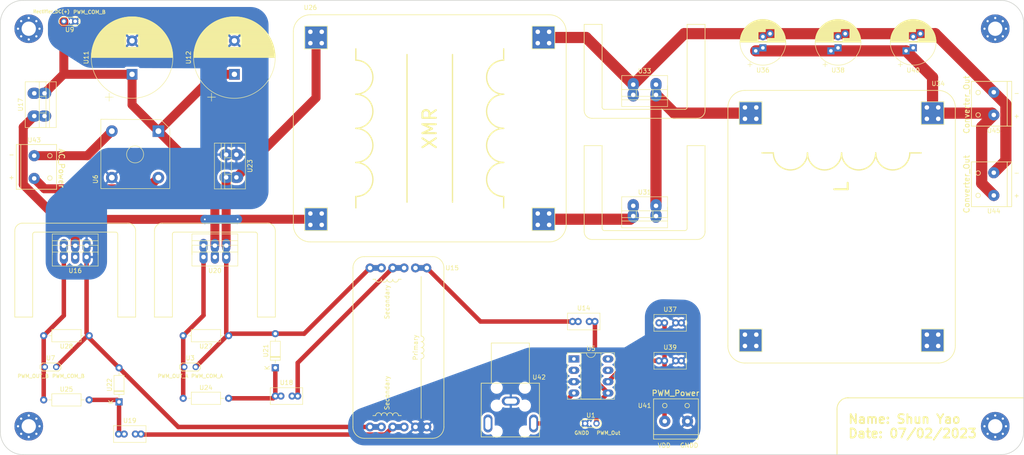
<source format=kicad_pcb>
(kicad_pcb (version 20211014) (generator pcbnew)
  (layers (0 "F.Cu" signal) (31 "B.Cu" mixed) (34 "B.Paste" user) (35 "F.Paste" user) (36 "B.SilkS" user "B.Silkscreen") (37 "F.SilkS" user "F.Silkscreen") (38 "B.Mask" user) (39 "F.Mask" user) (44 "Edge.Cuts" user))
  (net 0 "")
  (net 1 "/PWM_Out")
  (net 2 "GNDD")
  (net 3 "/PWM_OUT_A")
  (net 4 "/PWM_COM_A")
  (net 7 "/PWM_Input")
  (net 8 "VDD")
  (net 11 "/PWM_COM_B")
  (net 12 "/VAC(+)")
  (net 13 "/Rectifier_DC(+)")
  (net 14 "/VAC(-)")
  (net 15 "/PWM_OUT_B")
  (net 16 "Net-(U14-Pad1)")
  (net 17 "Net-(U15-Pad3)")
  (net 18 "Net-(U15-Pad5)")
  (net 19 "Net-(U16-Pad2)")
  (net 20 "Net-(U18-Pad1)")
  (net 21 "Net-(U19-Pad1)")
  (net 22 "/Transformer_Out(+)")
  (net 23 "/Converter_Out(-)")
  (net 24 "Net-(U31-Pad1)")
  (net 25 "/Converter_Out(+)")
  (footprint "Capacitor_THT:C_Rect_L7.0mm_W3.5mm_P2.50mm_P5.00mm" (layer "F.Cu") (at 60.492 118.364)
    (fp_text reference "U19" (at 2.5 -3) (layer "F.SilkS"))
    (fp_text value "F")
    (pad "1" thru_hole circle (at 0 0) (size 1.6 1.6) (drill 0.8) (layers *.Cu *.Mask) (net 21 "Net-(U19-Pad1)"))
    (pad "1" thru_hole circle (at 1.25 0) (size 1.6 1.6) (drill 0.8) (layers *.Cu *.Mask) (net 21 "Net-(U19-Pad1)"))
    (pad "2" thru_hole circle (at 3.75 0) (size 1.6 1.6) (drill 0.8) (layers *.Cu *.Mask) (net 18 "Net-(U15-Pad5)"))
    (pad "2" thru_hole circle (at 5 0) (size 1.6 1.6) (drill 0.8) (layers *.Cu *.Mask) (net 18 "Net-(U15-Pad5)"))
  )
  (footprint "EEEE2046_Electrical:ETD_34-L" (layer "F.Cu") (at 243.59 45.33 -90)
    (fp_text reference "U34" (at -5.33 0 180) (layer "F.SilkS"))
    (fp_text value "H")
    (fp_text user "L" (at 17.78 21.59 90) (layer "F.SilkS") (effects (font (size 3 3) (thickness 0.45))))
    (pad "" thru_hole circle (at 53.34 2.54 270) (size 2 2) (drill 1) (layers *.Cu *.Mask))
    (pad "" thru_hole circle (at 50.8 43.18 270) (size 2 2) (drill 1) (layers *.Cu *.Mask))
    (pad "" thru_hole circle (at 53.34 0 270) (size 2 2) (drill 1) (layers *.Cu *.Mask))
    (pad "" smd rect (at 52.07 41.91 270) (size 5.08 5.08) (layers "F.Cu" "F.Paste" "F.Mask"))
    (pad "" thru_hole circle (at 50.8 40.64 270) (size 2 2) (drill 1) (layers *.Cu *.Mask))
    (pad "" thru_hole circle (at 53.34 40.64 270) (size 2 2) (drill 1) (layers *.Cu *.Mask))
    (pad "" thru_hole circle (at 50.8 2.54 270) (size 2 2) (drill 1) (layers *.Cu *.Mask))
    (pad "" thru_hole circle (at 53.34 43.18 270) (size 2 2) (drill 1) (layers *.Cu *.Mask))
    (pad "" thru_hole circle (at 50.8 0 270) (size 2 2) (drill 1) (layers *.Cu *.Mask))
    (pad "" smd rect (at 52.07 1.27 270) (size 5.08 5.08) (layers "B.Cu" "B.Paste" "B.Mask"))
    (pad "" smd rect (at 52.07 41.91 270) (size 5.08 5.08) (layers "B.Cu" "B.Paste" "B.Mask"))
    (pad "" smd rect (at 52.07 1.27 270) (size 5.08 5.08) (layers "F.Cu" "F.Paste" "F.Mask"))
    (pad "1" smd rect (at 1.27 1.27 270) (size 5.08 5.08) (layers "B.Cu" "B.Paste" "B.Mask") (net 25 "/Converter_Out(+)"))
    (pad "1" thru_hole circle (at 0 2.54 270) (size 2 2) (drill 1) (layers *.Cu *.Mask) (net 25 "/Converter_Out(+)"))
    (pad "1" thru_hole circle (at 0 0 270) (size 2 2) (drill 1) (layers *.Cu *.Mask) (net 25 "/Converter_Out(+)"))
    (pad "1" thru_hole circle (at 2.54 2.54 270) (size 2 2) (drill 1) (layers *.Cu *.Mask) (net 25 "/Converter_Out(+)"))
    (pad "1" smd rect (at 1.27 1.27 270) (size 5.08 5.08) (layers "F.Cu" "F.Paste" "F.Mask") (net 25 "/Converter_Out(+)"))
    (pad "1" thru_hole circle (at 2.54 0 270) (size 2 2) (drill 1) (layers *.Cu *.Mask) (net 25 "/Converter_Out(+)"))
    (pad "2" thru_hole circle (at 0 40.64 270) (size 2 2) (drill 1) (layers *.Cu *.Mask) (net 24 "Net-(U31-Pad1)"))
    (pad "2" smd rect (at 1.27 41.91 270) (size 5.08 5.08) (layers "B.Cu" "B.Paste" "B.Mask") (net 24 "Net-(U31-Pad1)"))
    (pad "2" thru_hole circle (at 0 43.18 270) (size 2 2) (drill 1) (layers *.Cu *.Mask) (net 24 "Net-(U31-Pad1)"))
    (pad "2" thru_hole circle (at 2.54 40.64 270) (size 2 2) (drill 1) (layers *.Cu *.Mask) (net 24 "Net-(U31-Pad1)"))
    (pad "2" smd rect (at 1.27 41.91 270) (size 5.08 5.08) (layers "F.Cu" "F.Paste" "F.Mask") (net 24 "Net-(U31-Pad1)"))
    (pad "2" thru_hole circle (at 2.54 43.18 270) (size 2 2) (drill 1) (layers *.Cu *.Mask) (net 24 "Net-(U31-Pad1)"))
  )
  (footprint "EEEE2046_Electrical:Diode_Bridge_Vishay_KBPC6" (layer "F.Cu") (at 69.38 50.62 -90)
    (fp_text reference "U6" (at 10.75 14.05 90) (layer "F.SilkS"))
    (fp_text value "VS-KBPC606PBF")
    (pad "1" thru_hole rect locked (at 0 0 270) (size 2.6 2.6) (drill 1.3) (layers *.Cu *.Mask) (net 13 "/Rectifier_DC(+)"))
    (pad "2" thru_hole circle locked (at 0 10.4 270) (size 2.6 2.6) (drill 1.3) (layers *.Cu *.Mask) (net 14 "/VAC(-)"))
    (pad "3" thru_hole circle locked (at 10.4 10.4 270) (size 2.6 2.6) (drill 1.3) (layers *.Cu *.Mask) (net 11 "/PWM_COM_B"))
    (pad "4" thru_hole circle locked (at 10.4 0 270) (size 2.6 2.6) (drill 1.3) (layers *.Cu *.Mask) (net 12 "/VAC(+)"))
  )
  (footprint "EEEE2046_Electrical:TO-220FPAB" (layer "F.Cu") (at 79.46 76.225)
    (fp_text reference "U20" (at 2.54 5.588) (layer "F.SilkS"))
    (fp_text value "IRFI530NPbF")
    (pad "1" thru_hole oval locked (at 0 0) (size 1.8 3) (drill 1) (layers *.Cu *.Mask) (net 3 "/PWM_OUT_A"))
    (pad "1" thru_hole oval locked (at 0 2.54) (size 1.8 3) (drill 1) (layers *.Cu *.Mask) (net 3 "/PWM_OUT_A"))
    (pad "2" thru_hole oval locked (at 2.54 0) (size 1.8 3) (drill 1) (layers *.Cu *.Mask) (net 13 "/Rectifier_DC(+)"))
    (pad "2" thru_hole oval locked (at 2.54 2.54) (size 1.8 3) (drill 1) (layers *.Cu *.Mask) (net 13 "/Rectifier_DC(+)"))
    (pad "3" thru_hole oval locked (at 5.08 2.54) (size 1.8 3) (drill 1) (layers *.Cu *.Mask) (net 4 "/PWM_COM_A"))
    (pad "3" thru_hole oval locked (at 5.08 0) (size 1.8 3) (drill 1) (layers *.Cu *.Mask) (net 4 "/PWM_COM_A"))
  )
  (footprint "EEEE2046_Electrical:SOD113" (layer "F.Cu") (at 180.54 42.504 180)
    (fp_text reference "U33" (at 2.54 5.334) (layer "F.SilkS"))
    (fp_text value "BYV25FX-600")
    (pad "1" thru_hole oval locked (at 0 2.286 180) (size 2.5 3) (drill 1) (layers *.Cu *.Mask) (net 24 "Net-(U31-Pad1)"))
    (pad "1" thru_hole oval locked (at 0 0 180) (size 2.5 3) (drill 1) (layers *.Cu *.Mask) (net 24 "Net-(U31-Pad1)"))
    (pad "2" thru_hole oval locked (at 5.08 2.286 180) (size 2.5 3) (drill 1) (layers *.Cu *.Mask) (net 23 "/Converter_Out(-)"))
    (pad "2" thru_hole oval locked (at 5.08 0 180) (size 2.5 3) (drill 1) (layers *.Cu *.Mask) (net 23 "/Converter_Out(-)"))
  )
  (footprint "MountingHole:MountingHole_3.2mm_M3_Pad_Via" (layer "F.Cu") (at 256.322102 27.722102)
    (fp_text reference "H2" hide)
    (fp_text value "Mount")
    (pad "1" thru_hole circle locked (at -2.4 0) (size 0.8 0.8) (drill 0.5) (layers F&B.Cu *.Mask))
    (pad "1" thru_hole circle locked (at 1.697056 -1.697056) (size 0.8 0.8) (drill 0.5) (layers F&B.Cu *.Mask))
    (pad "1" thru_hole circle locked (at 0 2.4) (size 0.8 0.8) (drill 0.5) (layers F&B.Cu *.Mask))
    (pad "1" thru_hole circle locked (at 0 0) (size 6.4 6.4) (drill 3.2) (layers F&B.Cu *.Mask))
    (pad "1" thru_hole circle locked (at 2.4 0) (size 0.8 0.8) (drill 0.5) (layers F&B.Cu *.Mask))
    (pad "1" thru_hole circle locked (at -1.697056 -1.697056) (size 0.8 0.8) (drill 0.5) (layers F&B.Cu *.Mask))
    (pad "1" thru_hole circle locked (at 0 -2.4) (size 0.8 0.8) (drill 0.5) (layers F&B.Cu *.Mask))
    (pad "1" thru_hole circle locked (at -1.697056 1.697056) (size 0.8 0.8) (drill 0.5) (layers F&B.Cu *.Mask))
    (pad "1" thru_hole circle locked (at 1.697056 1.697056) (size 0.8 0.8) (drill 0.5) (layers F&B.Cu *.Mask))
  )
  (footprint "Package_DIP:DIP-8_W7.62mm_Socket_LongPads" (layer "F.Cu") (at 162.2 101.575)
    (fp_text reference "U5" (at 3.81 -2.33) (layer "F.SilkS"))
    (fp_text value "TC4425AVPA")
    (pad "1" thru_hole rect (at 0 0) (size 2.4 1.6) (drill 0.8) (layers *.Cu *.Mask))
    (pad "2" thru_hole oval (at 0 2.54) (size 2.4 1.6) (drill 0.8) (layers *.Cu *.Mask))
    (pad "3" thru_hole oval (at 0 5.08) (size 2.4 1.6) (drill 0.8) (layers *.Cu *.Mask) (net 2 "GNDD"))
    (pad "4" thru_hole oval (at 0 7.62) (size 2.4 1.6) (drill 0.8) (layers *.Cu *.Mask) (net 7 "/PWM_Input"))
    (pad "5" thru_hole oval (at 7.62 7.62) (size 2.4 1.6) (drill 0.8) (layers *.Cu *.Mask) (net 1 "/PWM_Out"))
    (pad "6" thru_hole oval (at 7.62 5.08) (size 2.4 1.6) (drill 0.8) (layers *.Cu *.Mask) (net 8 "VDD"))
    (pad "7" thru_hole oval (at 7.62 2.54) (size 2.4 1.6) (drill 0.8) (layers *.Cu *.Mask))
    (pad "8" thru_hole oval (at 7.62 0) (size 2.4 1.6) (drill 0.8) (layers *.Cu *.Mask))
  )
  (footprint "EEEE2046_Electrical:2wayTerminalBlock" (layer "F.Cu") (at 256 47 90)
    (fp_text reference "U45" (at -3.5 0) (layer "F.SilkS"))
    (fp_text value "Converter_Out")
    (pad "1" thru_hole circle locked (at 0 0 90) (size 2.5 2.5) (drill 1) (layers *.Cu *.Mask) (net 25 "/Converter_Out(+)"))
    (pad "2" thru_hole circle locked (at 5.08 0 90) (size 2.5 2.5) (drill 1) (layers *.Cu *.Mask) (net 23 "/Converter_Out(-)"))
  )
  (footprint "EEEE2046_Electrical:2wayTerminalBlock" (layer "F.Cu") (at 182.5 115.5)
    (fp_text reference "U41" (at -4.5 -3.5 180) (layer "F.SilkS"))
    (fp_text value "PWM_Power")
    (pad "1" thru_hole circle locked (at 0 0) (size 2.5 2.5) (drill 1) (layers *.Cu *.Mask) (net 8 "VDD"))
    (pad "2" thru_hole circle locked (at 5.08 0) (size 2.5 2.5) (drill 1) (layers *.Cu *.Mask) (net 2 "GNDD"))
  )
  (footprint "MountingHole:MountingHole_3.2mm_M3_Pad_Via" (layer "F.Cu") (at 256.322102 116.622102)
    (fp_text reference "H4" hide)
    (fp_text value "Mount")
    (pad "1" thru_hole circle locked (at 0 -2.4) (size 0.8 0.8) (drill 0.5) (layers F&B.Cu *.Mask))
    (pad "1" thru_hole circle locked (at 0 2.4) (size 0.8 0.8) (drill 0.5) (layers F&B.Cu *.Mask))
    (pad "1" thru_hole circle locked (at -1.697056 -1.697056) (size 0.8 0.8) (drill 0.5) (layers F&B.Cu *.Mask))
    (pad "1" thru_hole circle locked (at -2.4 0) (size 0.8 0.8) (drill 0.5) (layers F&B.Cu *.Mask))
    (pad "1" thru_hole circle locked (at 1.697056 -1.697056) (size 0.8 0.8) (drill 0.5) (layers F&B.Cu *.Mask))
    (pad "1" thru_hole circle locked (at -1.697056 1.697056) (size 0.8 0.8) (drill 0.5) (layers F&B.Cu *.Mask))
    (pad "1" thru_hole circle locked (at 0 0) (size 6.4 6.4) (drill 3.2) (layers F&B.Cu *.Mask))
    (pad "1" thru_hole circle locked (at 1.697056 1.697056) (size 0.8 0.8) (drill 0.5) (layers F&B.Cu *.Mask))
    (pad "1" thru_hole circle locked (at 2.4 0) (size 0.8 0.8) (drill 0.5) (layers F&B.Cu *.Mask))
  )
  (footprint "EEEE2046_Electrical:2wayTerminalBlock" (layer "F.Cu") (at 41.64 56.12 -90)
    (fp_text reference "U43" (at -3.5 0) (layer "F.SilkS"))
    (fp_text value "AC_Power")
    (pad "1" thru_hole circle locked (at 0 0 270) (size 2.5 2.5) (drill 1) (layers *.Cu *.Mask) (net 14 "/VAC(-)"))
    (pad "2" thru_hole circle locked (at 5.08 0 270) (size 2.5 2.5) (drill 1) (layers *.Cu *.Mask) (net 12 "/VAC(+)"))
  )
  (footprint "MountingHole:MountingHole_3.2mm_M3_Pad_Via" (layer "F.Cu") (at 40.422102 116.622102)
    (fp_text reference "H3" hide)
    (fp_text value "Mount")
    (pad "1" thru_hole circle locked (at 0 0) (size 6.4 6.4) (drill 3.2) (layers F&B.Cu *.Mask))
    (pad "1" thru_hole circle locked (at 1.697056 1.697056) (size 0.8 0.8) (drill 0.5) (layers F&B.Cu *.Mask))
    (pad "1" thru_hole circle locked (at 2.4 0) (size 0.8 0.8) (drill 0.5) (layers F&B.Cu *.Mask))
    (pad "1" thru_hole circle locked (at -2.4 0) (size 0.8 0.8) (drill 0.5) (layers F&B.Cu *.Mask))
    (pad "1" thru_hole circle locked (at -1.697056 -1.697056) (size 0.8 0.8) (drill 0.5) (layers F&B.Cu *.Mask))
    (pad "1" thru_hole circle locked (at 0 -2.4) (size 0.8 0.8) (drill 0.5) (layers F&B.Cu *.Mask))
    (pad "1" thru_hole circle locked (at 0 2.4) (size 0.8 0.8) (drill 0.5) (layers F&B.Cu *.Mask))
    (pad "1" thru_hole circle locked (at -1.697056 1.697056) (size 0.8 0.8) (drill 0.5) (layers F&B.Cu *.Mask))
    (pad "1" thru_hole circle locked (at 1.697056 -1.697056) (size 0.8 0.8) (drill 0.5) (layers F&B.Cu *.Mask))
  )
  (footprint "Diode_THT:D_DO-35_SOD27_P7.62mm_Horizontal" (layer "F.Cu") (at 95.5 103.54 90)
    (fp_text reference "U21" (at 3.81 -2.12 90) (layer "F.SilkS"))
    (fp_text value "V")
    (fp_text user "K" (at 0 -1.8 90) (layer "F.SilkS"))
    (pad "1" thru_hole rect (at 0 0 90) (size 1.6 1.6) (drill 0.8) (layers *.Cu *.Mask) (net 20 "Net-(U18-Pad1)"))
    (pad "2" thru_hole oval (at 7.62 0 90) (size 1.6 1.6) (drill 0.8) (layers *.Cu *.Mask) (net 4 "/PWM_COM_A"))
  )
  (footprint "Resistor_THT:R_Axial_DIN0207_L6.3mm_D2.5mm_P10.16mm_Horizontal" (layer "F.Cu") (at 85.08 96.37 180)
    (fp_text reference "U27" (at 5.08 -2.37) (layer "F.SilkS"))
    (fp_text value "R")
    (pad "1" thru_hole circle (at 0 0 180) (size 1.6 1.6) (drill 0.8) (layers *.Cu *.Mask) (net 4 "/PWM_COM_A"))
    (pad "2" thru_hole oval (at 10.16 0 180) (size 1.6 1.6) (drill 0.8) (layers *.Cu *.Mask) (net 3 "/PWM_OUT_A"))
  )
  (footprint "TestPoint:TestPoint_2Pads_Pitch2.54mm_Drill0.8mm" (layer "F.Cu") (at 167.25 116 180)
    (fp_text reference "U1" (at 1.261 1.827) (layer "F.SilkS"))
    (fp_text value "TP_PWM_Out")
    (pad "1" thru_hole circle (at 0 0 180) (size 1.4 1.4) (drill 0.8) (layers *.Cu *.Mask) (net 1 "/PWM_Out"))
    (pad "2" thru_hole circle (at 2.54 0 180) (size 1.4 1.4) (drill 0.8) (layers *.Cu *.Mask) (net 2 "GNDD"))
  )
  (footprint "EEEE2046_Electrical:TO220_Heatsink" (layer "F.Cu") (at 178 47.752 180)
    (fp_text reference "U4-Diode1" hide)
    (fp_text value "TO220_Heatsink")
  )
  (footprint "TestPoint:TestPoint_2Pads_Pitch2.54mm_Drill0.8mm" (layer "F.Cu") (at 48.26 26.06246)
    (fp_text reference "U9" (at 1.3 1.87754) (layer "F.SilkS"))
    (fp_text value "TP_DC_Link")
    (pad "1" thru_hole circle (at 0 0) (size 1.4 1.4) (drill 0.8) (layers *.Cu *.Mask) (net 13 "/Rectifier_DC(+)"))
    (pad "2" thru_hole circle (at 2.54 0) (size 1.4 1.4) (drill 0.8) (layers *.Cu *.Mask) (net 11 "/PWM_COM_B"))
  )
  (footprint "EEEE2046_Electrical:SOD113" (layer "F.Cu") (at 180.54 69.612 180)
    (fp_text reference "U31" (at 2.54 5.334) (layer "F.SilkS"))
    (fp_text value "BYV25FX-600")
    (pad "1" thru_hole oval locked (at 0 0 180) (size 2.5 3) (drill 1) (layers *.Cu *.Mask) (net 24 "Net-(U31-Pad1)"))
    (pad "1" thru_hole oval locked (at 0 2.286 180) (size 2.5 3) (drill 1) (layers *.Cu *.Mask) (net 24 "Net-(U31-Pad1)"))
    (pad "2" thru_hole oval locked (at 5.08 2.286 180) (size 2.5 3) (drill 1) (layers *.Cu *.Mask) (net 22 "/Transformer_Out(+)"))
    (pad "2" thru_hole oval locked (at 5.08 0 180) (size 2.5 3) (drill 1) (layers *.Cu *.Mask) (net 22 "/Transformer_Out(+)"))
  )
  (footprint "EEEE2046_Electrical:SOD113" (layer "F.Cu") (at 84.52 60.96 90)
    (fp_text reference "U23" (at 2.54 5.334 90) (layer "F.SilkS"))
    (fp_text value "BYV25FX-600")
    (pad "1" thru_hole oval locked (at 0 2.286 90) (size 2.5 3) (drill 1) (layers *.Cu *.Mask) (net 4 "/PWM_COM_A"))
    (pad "1" thru_hole oval locked (at 0 0 90) (size 2.5 3) (drill 1) (layers *.Cu *.Mask) (net 4 "/PWM_COM_A"))
    (pad "2" thru_hole oval locked (at 5.08 0 90) (size 2.5 3) (drill 1) (layers *.Cu *.Mask) (net 11 "/PWM_COM_B"))
    (pad "2" thru_hole oval locked (at 5.08 2.286 90) (size 2.5 3) (drill 1) (layers *.Cu *.Mask) (net 11 "/PWM_COM_B"))
  )
  (footprint "Diode_THT:D_DO-35_SOD27_P7.62mm_Horizontal" (layer "F.Cu") (at 60.59 111.18 90)
    (fp_text reference "U22" (at 3.81 -2.12 90) (layer "F.SilkS"))
    (fp_text value "V")
    (fp_text user "K" (at 0 -1.8 90) (layer "F.SilkS"))
    (pad "1" thru_hole rect (at 0 0 90) (size 1.6 1.6) (drill 0.8) (layers *.Cu *.Mask) (net 21 "Net-(U19-Pad1)"))
    (pad "2" thru_hole oval (at 7.62 0 90) (size 1.6 1.6) (drill 0.8) (layers *.Cu *.Mask) (net 11 "/PWM_COM_B"))
  )
  (footprint "Capacitor_THT:CP_Radial_D10.0mm_P2.50mm_P5.00mm" (layer "F.Cu") (at 238 32 90)
    (fp_text reference "U40" (at -5 0 180) (layer "F.SilkS"))
    (fp_text value "F")
    (pad "1" thru_hole rect (at -0.670937 -1.6 90) (size 1.6 1.6) (drill 0.8) (layers *.Cu *.Mask) (net 25 "/Converter_Out(+)"))
    (pad "1" thru_hole rect (at 0 0 90) (size 1.6 1.6) (drill 0.8) (layers *.Cu *.Mask) (net 25 "/Converter_Out(+)"))
    (pad "2" thru_hole circle (at 2.5 0 90) (size 1.6 1.6) (drill 0.8) (layers *.Cu *.Mask) (net 23 "/Converter_Out(-)"))
    (pad "2" thru_hole circle (at 3.170937 1.6 90) (size 1.6 1.6) (drill 0.8) (layers *.Cu *.Mask) (net 23 "/Converter_Out(-)"))
  )
  (footprint "TestPoint:TestPoint_2Pads_Pitch2.54mm_Drill0.8mm" (layer "F.Cu") (at 44.01 103.37)
    (fp_text reference "U7" (at 1.3 -2) (layer "F.SilkS"))
    (fp_text value "TP_Q2_Gate")
    (pad "1" thru_hole circle (at 0 0) (size 1.4 1.4) (drill 0.8) (layers *.Cu *.Mask) (net 15 "/PWM_OUT_B"))
    (pad "2" thru_hole circle (at 2.54 0) (size 1.4 1.4) (drill 0.8) (layers *.Cu *.Mask) (net 11 "/PWM_COM_B"))
  )
  (footprint "EEEE2046_Electrical:TO-220FPAB" (layer "F.Cu") (at 48.26 76.241)
    (fp_text reference "U16" (at 2.54 5.588) (layer "F.SilkS"))
    (fp_text value "IRFI530NPbF")
    (pad "1" thru_hole oval locked (at 0 2.54) (size 1.8 3) (drill 1) (layers *.Cu *.Mask) (net 15 "/PWM_OUT_B"))
    (pad "1" thru_hole oval locked (at 0 0) (size 1.8 3) (drill 1) (layers *.Cu *.Mask) (net 15 "/PWM_OUT_B"))
    (pad "2" thru_hole oval locked (at 2.54 0) (size 1.8 3) (drill 1) (layers *.Cu *.Mask) (net 19 "Net-(U16-Pad2)"))
    (pad "2" thru_hole oval locked (at 2.54 2.54) (size 1.8 3) (drill 1) (layers *.Cu *.Mask) (net 19 "Net-(U16-Pad2)"))
    (pad "3" thru_hole oval locked (at 5.08 2.54) (size 1.8 3) (drill 1) (layers *.Cu *.Mask) (net 11 "/PWM_COM_B"))
    (pad "3" thru_hole oval locked (at 5.08 0) (size 1.8 3) (drill 1) (layers *.Cu *.Mask) (net 11 "/PWM_COM_B"))
  )
  (footprint "Capacitor_THT:C_Rect_L7.0mm_W3.5mm_P2.50mm_P5.00mm" (layer "F.Cu") (at 181.2 101.975)
    (fp_text reference "U39" (at 2.5 -3) (layer "F.SilkS"))
    (fp_text value "0.1 uF")
    (pad "1" thru_hole circle (at 0 0) (size 1.6 1.6) (drill 0.8) (layers *.Cu *.Mask) (net 8 "VDD"))
    (pad "1" thru_hole circle (at 1.25 0) (size 1.6 1.6) (drill 0.8) (layers *.Cu *.Mask) (net 8 "VDD"))
    (pad "2" thru_hole circle (at 3.75 0) (size 1.6 1.6) (drill 0.8) (layers *.Cu *.Mask) (net 2 "GNDD"))
    (pad "2" thru_hole circle (at 5 0) (size 1.6 1.6) (drill 0.8) (layers *.Cu *.Mask) (net 2 "GNDD"))
  )
  (footprint "Resistor_THT:R_Axial_DIN0207_L6.3mm_D2.5mm_P10.16mm_Horizontal" (layer "F.Cu") (at 43.76 110.73)
    (fp_text reference "U25" (at 5.08 -2.37) (layer "F.SilkS"))
    (fp_text value "R")
    (pad "1" thru_hole circle (at 0 0) (size 1.6 1.6) (drill 0.8) (layers *.Cu *.Mask) (net 15 "/PWM_OUT_B"))
    (pad "2" thru_hole oval (at 10.16 0) (size 1.6 1.6) (drill 0.8) (layers *.Cu *.Mask) (net 21 "Net-(U19-Pad1)"))
  )
  (footprint "EEEE2046_Electrical:2wayTerminalBlock" (layer "F.Cu") (at 256 65 90)
    (fp_text reference "U44" (at -3.5 0) (layer "F.SilkS"))
    (fp_text value "Converter_Out")
    (pad "1" thru_hole circle locked (at 0 0 90) (size 2.5 2.5) (drill 1) (layers *.Cu *.Mask) (net 25 "/Converter_Out(+)"))
    (pad "2" thru_hole circle locked (at 5.08 0 90) (size 2.5 2.5) (drill 1) (layers *.Cu *.Mask) (net 23 "/Converter_Out(-)"))
  )
  (footprint "Capacitor_THT:CP_Radial_D18.0mm_P7.50mm" (layer "F.Cu") (at 86.36 37.91246 90)
    (fp_text reference "U12" (at 3.75 -10.25 90) (layer "F.SilkS"))
    (fp_text value "ECA2AM102")
    (pad "1" thru_hole rect (at 0 0 90) (size 2.4 2.4) (drill 1.2) (layers *.Cu *.Mask) (net 13 "/Rectifier_DC(+)"))
    (pad "2" thru_hole circle (at 7.5 0 90) (size 2.4 2.4) (drill 1.2) (layers *.Cu *.Mask) (net 11 "/PWM_COM_B"))
  )
  (footprint "Capacitor_THT:C_Rect_L7.0mm_W3.5mm_P2.50mm_P5.00mm" (layer "F.Cu") (at 161.9 93.2)
    (fp_text reference "U14" (at 2.5 -3) (layer "F.SilkS"))
    (fp_text value "F")
    (pad "1" thru_hole circle (at 0 0) (size 1.6 1.6) (drill 0.8) (layers *.Cu *.Mask) (net 16 "Net-(U14-Pad1)"))
    (pad "1" thru_hole circle (at 1.25 0) (size 1.6 1.6) (drill 0.8) (layers *.Cu *.Mask) (net 16 "Net-(U14-Pad1)"))
    (pad "2" thru_hole circle (at 5 0) (size 1.6 1.6) (drill 0.8) (layers *.Cu *.Mask) (net 1 "/PWM_Out"))
    (pad "2" thru_hole circle (at 3.75 0) (size 1.6 1.6) (drill 0.8) (layers *.Cu *.Mask) (net 1 "/PWM_Out"))
  )
  (footprint "TestPoint:TestPoint_2Pads_Pitch2.54mm_Drill0.8mm" (layer "F.Cu") (at 75.17 103.37)
    (fp_text reference "U3" (at 1.3 -2) (layer "F.SilkS"))
    (fp_text value "TP_Q1_Gate")
    (pad "1" thru_hole circle (at 0 0) (size 1.4 1.4) (drill 0.8) (layers *.Cu *.Mask) (net 3 "/PWM_OUT_A"))
    (pad "2" thru_hole circle (at 2.54 0) (size 1.4 1.4) (drill 0.8) (layers *.Cu *.Mask) (net 4 "/PWM_COM_A"))
  )
  (footprint "Capacitor_THT:CP_Radial_D10.0mm_P2.50mm_P5.00mm" (layer "F.Cu") (at 221.21 32 90)
    (fp_text reference "U38" (at -5 0 180) (layer "F.SilkS"))
    (fp_text value "F")
    (pad "1" thru_hole rect (at 0 0 90) (size 1.6 1.6) (drill 0.8) (layers *.Cu *.Mask) (net 25 "/Converter_Out(+)"))
    (pad "1" thru_hole rect (at -0.670937 -1.6 90) (size 1.6 1.6) (drill 0.8) (layers *.Cu *.Mask) (net 25 "/Converter_Out(+)"))
    (pad "2" thru_hole circle (at 2.5 0 90) (size 1.6 1.6) (drill 0.8) (layers *.Cu *.Mask) (net 23 "/Converter_Out(-)"))
    (pad "2" thru_hole circle (at 3.170937 1.6 90) (size 1.6 1.6) (drill 0.8) (layers *.Cu *.Mask) (net 23 "/Converter_Out(-)"))
  )
  (footprint "Resistor_THT:R_Axial_DIN0207_L6.3mm_D2.5mm_P10.16mm_Horizontal" (layer "F.Cu") (at 53.92 96.37 180)
    (fp_text reference "U28" (at 5.08 -2.37) (layer "F.SilkS"))
    (fp_text value "R")
    (pad "1" thru_hole circle (at 0 0 180) (size 1.6 1.6) (drill 0.8) (layers *.Cu *.Mask) (net 11 "/PWM_COM_B"))
    (pad "2" thru_hole oval (at 10.16 0 180) (size 1.6 1.6) (drill 0.8) (layers *.Cu *.Mask) (net 15 "/PWM_OUT_B"))
  )
  (footprint "EEEE2046_Electrical:TO220_Heatsink" (layer "F.Cu") (at 82 71.2)
    (fp_text reference "U1-Mosfet1" hide)
    (fp_text value "TO220_Heatsink")
  )
  (footprint "Capacitor_THT:C_Rect_L7.0mm_W3.5mm_P2.50mm_P5.00mm" (layer "F.Cu") (at 95.5 109.87)
    (fp_text reference "U18" (at 2.5 -3) (layer "F.SilkS"))
    (fp_text value "F")
    (pad "1" thru_hole circle (at 1.25 0) (size 1.6 1.6) (drill 0.8) (layers *.Cu *.Mask) (net 20 "Net-(U18-Pad1)"))
    (pad "1" thru_hole circle (at 0 0) (size 1.6 1.6) (drill 0.8) (layers *.Cu *.Mask) (net 20 "Net-(U18-Pad1)"))
    (pad "2" thru_hole circle (at 3.75 0) (size 1.6 1.6) (drill 0.8) (layers *.Cu *.Mask) (net 17 "Net-(U15-Pad3)"))
    (pad "2" thru_hole circle (at 5 0) (size 1.6 1.6) (drill 0.8) (layers *.Cu *.Mask) (net 17 "Net-(U15-Pad3)"))
  )
  (footprint "Capacitor_THT:C_Rect_L7.0mm_W3.5mm_P2.50mm_P5.00mm" (layer "F.Cu") (at 181.2 93.5)
    (fp_text reference "U37" (at 2.5 -3) (layer "F.SilkS"))
    (fp_text value "1uF")
    (pad "1" thru_hole circle (at 0 0) (size 1.6 1.6) (drill 0.8) (layers *.Cu *.Mask) (net 8 "VDD"))
    (pad "1" thru_hole circle (at 1.25 0) (size 1.6 1.6) (drill 0.8) (layers *.Cu *.Mask) (net 8 "VDD"))
    (pad "2" thru_hole circle (at 3.75 0) (size 1.6 1.6) (drill 0.8) (layers *.Cu *.Mask) (net 2 "GNDD"))
    (pad "2" thru_hole circle (at 5 0) (size 1.6 1.6) (drill 0.8) (layers *.Cu *.Mask) (net 2 "GNDD"))
  )
  (footprint "EEEE2046_Electrical:SOD113" (layer "F.Cu") (at 43.94 42.164 -90)
    (fp_text reference "U17" (at 2.54 5.334 90) (layer "F.SilkS"))
    (fp_text value "BYV25FX-600")
    (pad "1" thru_hole oval locked (at 0 0 270) (size 2.5 3) (drill 1) (layers *.Cu *.Mask) (net 13 "/Rectifier_DC(+)"))
    (pad "1" thru_hole oval locked (at 0 2.286 270) (size 2.5 3) (drill 1) (layers *.Cu *.Mask) (net 13 "/Rectifier_DC(+)"))
    (pad "2" thru_hole oval locked (at 5.08 2.286 270) (size 2.5 3) (drill 1) (layers *.Cu *.Mask) (net 19 "Net-(U16-Pad2)"))
    (pad "2" thru_hole oval locked (at 5.08 0 270) (size 2.5 3) (drill 1) (layers *.Cu *.Mask) (net 19 "Net-(U16-Pad2)"))
  )
  (footprint "EEEE2046_Electrical:TO220_Heatsink" (layer "F.Cu") (at 50.8 71.2)
    (fp_text reference "U2-Mosfet1" hide)
    (fp_text value "TO220_Heatsink")
  )
  (footprint "EEEE2046_Electrical:LP-0841-3B-05A" (layer "F.Cu") (at 151.25 107 -90)
    (fp_text reference "U42" (at -1.336 -3.182 180) (layer "F.SilkS"))
    (fp_text value "PWM_Input")
    (pad "" np_thru_hole circle locked (at 1 0 270) (size 1.7 1.7) (drill 1.7) (layers *.Cu *.Mask))
    (pad "" thru_hole oval locked (at 9 8.25 270) (size 4 2) (drill oval 2.8 1.2) (layers *.Cu *.Mask))
    (pad "" np_thru_hole circle locked (at 5 6.3 270) (size 1.7 1.7) (drill 1.7) (layers *.Cu *.Mask))
    (pad "" np_thru_hole circle locked (at 1 6.3 270) (size 1.7 1.7) (drill 1.7) (layers *.Cu *.Mask))
    (pad "" np_thru_hole circle locked (at 10.8 0 270) (size 1.7 1.7) (drill 1.7) (layers *.Cu *.Mask))
    (pad "" np_thru_hole circle locked (at 5 0 270) (size 1.7 1.7) (drill 1.7) (layers *.Cu *.Mask))
    (pad "" np_thru_hole circle locked (at 10.8 6.3 270) (size 1.7 1.7) (drill 1.7) (layers *.Cu *.Mask))
    (pad "1" thru_hole oval locked (at 4 3.15) (size 4 2) (drill oval 2.8 1.2) (layers *.Cu *.Mask) (net 2 "GNDD"))
    (pad "2" thru_hole oval locked (at 9 -1.95 270) (size 4 2) (drill oval 2.8 1.2) (layers *.Cu *.Mask) (net 7 "/PWM_Input"))
  )
  (footprint "Capacitor_THT:CP_Radial_D18.0mm_P7.50mm" (layer "F.Cu") (at 63.5 37.91246 90)
    (fp_text reference "U11" (at 3.75 -10.25 90) (layer "F.SilkS"))
    (fp_text value "ECA2AM102")
    (pad "1" thru_hole rect (at 0 0 90) (size 2.4 2.4) (drill 1.2) (layers *.Cu *.Mask) (net 13 "/Rectifier_DC(+)"))
    (pad "2" thru_hole circle (at 7.5 0 90) (size 2.4 2.4) (drill 1.2) (layers *.Cu *.Mask) (net 11 "/PWM_COM_B"))
  )
  (footprint "Resistor_THT:R_Axial_DIN0207_L6.3mm_D2.5mm_P10.16mm_Horizontal" (layer "F.Cu") (at 74.92 110.37)
    (fp_text reference "U24" (at 5.08 -2.37) (layer "F.SilkS"))
    (fp_text value "R")
    (pad "1" thru_hole circle (at 0 0) (size 1.6 1.6) (drill 0.8) (layers *.Cu *.Mask) (net 3 "/PWM_OUT_A"))
    (pad "2" thru_hole oval (at 10.16 0) (size 1.6 1.6) (drill 0.8) (layers *.Cu *.Mask) (net 20 "Net-(U18-Pad1)"))
  )
  (footprint "EEEE2046_Electrical:TO220_Heatsink" (layer "F.Cu") (at 178 74.86 180)
    (fp_text reference "U3-Diode1" hide)
    (fp_text value "TO220_Heatsink")
  )
  (footprint "EEEE2046_Electrical:Toroid-Transformer_1P_2S" (layer "F.Cu") (at 129.35 81.22 -90)
    (fp_text reference "U15" (at 0 -5.65 180) (layer "F.SilkS"))
    (fp_text value "Toroid-Transformer_1P_2S")
    (fp_text user "Secondary" (at 27.94 8.89 90) (layer "F.SilkS"))
    (fp_text user "Secondary" (at 7.62 8.89 90) (layer "F.SilkS"))
    (fp_text user "Primary" (at 17.78 2.54 90) (layer "F.SilkS"))
    (pad "1" smd rect locked (at 0 1.27 270) (size 1.27 2.54) (layers "B.Cu" "B.Paste" "B.Mask") (net 16 "Net-(U14-Pad1)"))
    (pad "1" thru_hole circle locked (at 0 0 270) (size 2 2) (drill 1) (layers *.Cu *.Mask) (net 16 "Net-(U14-Pad1)"))
    (pad "1" thru_hole circle locked (at 0 2.54 270) (size 2 2) (drill 1) (layers *.Cu *.Mask) (net 16 "Net-(U14-Pad1)"))
    (pad "1" smd rect locked (at 0 1.27 270) (size 1.27 2.54) (layers "F.Cu" "F.Paste" "F.Mask") (net 16 "Net-(U14-Pad1)"))
    (pad "2" smd rect locked (at 35.56 1.27 270) (size 1.27 2.54) (layers "B.Cu" "B.Paste" "B.Mask") (net 2 "GNDD"))
    (pad "2" thru_hole circle locked (at 35.56 2.54 270) (size 2 2) (drill 1) (layers *.Cu *.Mask) (net 2 "GNDD"))
    (pad "2" smd rect locked (at 35.56 1.27 270) (size 1.27 2.54) (layers "F.Cu" "F.Paste" "F.Mask") (net 2 "GNDD"))
    (pad "2" thru_hole circle locked (at 35.56 0 270) (size 2 2) (drill 1) (layers *.Cu *.Mask) (net 2 "GNDD"))
    (pad "3" smd rect locked (at 0 6.35 270) (size 1.27 2.54) (layers "B.Cu" "B.Paste" "B.Mask") (net 17 "Net-(U15-Pad3)"))
    (pad "3" smd rect locked (at 0 6.35 270) (size 1.27 2.54) (layers "F.Cu" "F.Paste" "F.Mask") (net 17 "Net-(U15-Pad3)"))
    (pad "3" thru_hole circle locked (at 0 7.62 270) (size 2 2) (drill 1) (layers *.Cu *.Mask) (net 17 "Net-(U15-Pad3)"))
    (pad "3" thru_hole circle locked (at 0 5.08 270) (size 2 2) (drill 1) (layers *.Cu *.Mask) (net 17 "Net-(U15-Pad3)"))
    (pad "4" smd rect locked (at 0 11.43 270) (size 1.27 2.54) (layers "B.Cu" "B.Paste" "B.Mask") (net 4 "/PWM_COM_A"))
    (pad "4" thru_hole circle locked (at 0 12.7 270) (size 2 2) (drill 1) (layers *.Cu *.Mask) (net 4 "/PWM_COM_A"))
    (pad "4" thru_hole circle locked (at 0 10.16 270) (size 2 2) (drill 1) (layers *.Cu *.Mask) (net 4 "/PWM_COM_A"))
    (pad "4" smd rect locked (at 0 11.43 270) (size 1.27 2.54) (layers "F.Cu" "F.Paste" "F.Mask") (net 4 "/PWM_COM_A"))
    (pad "5" smd rect locked (at 35.56 6.35 270) (size 1.27 2.54) (layers "B.Cu" "B.Paste" "B.Mask") (net 18 "Net-(U15-Pad5)"))
    (pad "5" thru_hole circle locked (at 35.56 5.08 270) (size 2 2) (drill 1) (layers *.Cu *.Mask) (net 18 "Net-(U15-Pad5)"))
    (pad "5" thru_hole circle locked (at 35.56 7.62 270) (size 2 2) (drill 1) (layers *.Cu *.Mask) (net 18 "Net-(U15-Pad5)"))
    (pad "5" smd rect locked (at 35.56 6.35 270) (size 1.27 2.54) (layers "F.Cu" "F.Paste" "F.Mask") (net 18 "Net-(U15-Pad5)"))
    (pad "6" smd rect locked (at 35.56 11.43 270) (size 1.27 2.54) (layers "B.Cu" "B.Paste" "B.Mask") (net 11 "/PWM_COM_B"))
    (pad "6" thru_hole circle locked (at 35.56 10.16 270) (size 2 2) (drill 1) (layers *.Cu *.Mask) (net 11 "/PWM_COM_B"))
    (pad "6" thru_hole circle locked (at 35.56 12.7 270) (size 2 2) (drill 1) (layers *.Cu *.Mask) (net 11 "/PWM_COM_B"))
    (pad "6" smd rect locked (at 35.56 11.43 270) (size 1.27 2.54) (layers "F.Cu" "F.Paste" "F.Mask") (net 11 "/PWM_COM_B"))
  )
  (footprint "EEEE2046_Electrical:ETD_34-XMR" (layer "F.Cu") (at 103.33 28.41)
    (fp_text reference "U26" (at 0 -5.41) (layer "F.SilkS"))
    (fp_text value "ETD_34-Transformer_1P_1S")
    (fp_text user "XMR" (at 26.67 21.59 90) (layer "F.SilkS") (effects (font (size 3 3) (thickness 0.45))))
    (pad "1" smd rect locked (at 1.27 1.27) (size 5.08 5.08) (layers "B.Cu" "B.Paste" "B.Mask") (net 4 "/PWM_COM_A"))
    (pad "1" thru_hole circle locked (at 0 0) (size 2 2) (drill 1) (layers *.Cu *.Mask) (net 4 "/PWM_COM_A"))
    (pad "1" thru_hole circle locked (at 2.54 2.54) (size 2 2) (drill 1) (layers *.Cu *.Mask) (net 4 "/PWM_COM_A"))
    (pad "1" smd rect locked (at 1.27 1.27) (size 5.08 5.08) (layers "F.Cu" "F.Paste" "F.Mask") (net 4 "/PWM_COM_A"))
    (pad "1" thru_hole circle locked (at 0 2.54) (size 2 2) (drill 1) (layers *.Cu *.Mask) (net 4 "/PWM_COM_A"))
    (pad "1" thru_hole circle locked (at 2.54 0) (size 2 2) (drill 1) (layers *.Cu *.Mask) (net 4 "/PWM_COM_A"))
    (pad "2" thru_hole circle locked (at 0 43.18) (size 2 2) (drill 1) (layers *.Cu *.Mask) (net 19 "Net-(U16-Pad2)"))
    (pad "2" smd rect locked (at 1.27 41.91) (size 5.08 5.08) (layers "F.Cu" "F.Paste" "F.Mask") (net 19 "Net-(U16-Pad2)"))
    (pad "2" smd rect locked (at 1.27 41.91) (size 5.08 5.08) (layers "B.Cu" "B.Paste" "B.Mask") (net 19 "Net-(U16-Pad2)"))
    (pad "2" thru_hole circle locked (at 2.54 40.64) (size 2 2) (drill 1) (layers *.Cu *.Mask) (net 19 "Net-(U16-Pad2)"))
    (pad "2" thru_hole circle locked (at 2.54 43.18) (size 2 2) (drill 1) (layers *.Cu *.Mask) (net 19 "Net-(U16-Pad2)"))
    (pad "2" thru_hole circle locked (at 0 40.64) (size 2 2) (drill 1) (layers *.Cu *.Mask) (net 19 "Net-(U16-Pad2)"))
    (pad "3" thru_hole circle locked (at 53.34 0) (size 2 2) (drill 1) (layers *.Cu *.Mask) (net 23 "/Converter_Out(-)"))
    (pad "3" thru_hole circle locked (at 53.34 2.54) (size 2 2) (drill 1) (layers *.Cu *.Mask) (net 23 "/Converter_Out(-)"))
    (pad "3" smd rect locked (at 52.07 1.27) (size 5.08 5.08) (layers "F.Cu" "F.Paste" "F.Mask") (net 23 "/Converter_Out(-)"))
    (pad "3" smd rect locked (at 52.07 1.27) (size 5.08 5.08) (layers "B.Cu" "B.Paste" "B.Mask") (net 23 "/Converter_Out(-)"))
    (pad "3" thru_hole circle locked (at 50.8 0) (size 2 2) (drill 1) (layers *.Cu *.Mask) (net 23 "/Converter_Out(-)"))
    (pad "3" thru_hole circle locked (at 50.8 2.54) (size 2 2) (drill 1) (layers *.Cu *.Mask) (net 23 "/Converter_Out(-)"))
    (pad "4" thru_hole circle locked (at 50.8 43.18) (size 2 2) (drill 1) (layers *.Cu *.Mask) (net 22 "/Transformer_Out(+)"))
    (pad "4" smd rect locked (at 52.07 41.91) (size 5.08 5.08) (layers "F.Cu" "F.Paste" "F.Mask") (net 22 "/Transformer_Out(+)"))
    (pad "4" thru_hole circle locked (at 53.34 40.64) (size 2 2) (drill 1) (layers *.Cu *.Mask) (net 22 "/Transformer_Out(+)"))
    (pad "4" thru_hole circle locked (at 50.8 40.64) (size 2 2) (drill 1) (layers *.Cu *.Mask) (net 22 "/Transformer_Out(+)"))
    (pad "4" smd rect locked (at 52.07 41.91) (size 5.08 5.08) (layers "B.Cu" "B.Paste" "B.Mask") (net 22 "/Transformer_Out(+)"))
    (pad "4" thru_hole circle locked (at 53.34 43.18) (size 2 2) (drill 1) (layers *.Cu *.Mask) (net 22 "/Transformer_Out(+)"))
  )
  (footprint "Capacitor_THT:CP_Radial_D10.0mm_P2.50mm_P5.00mm" (layer "F.Cu") (at 204.42 32 90)
    (fp_text reference "U36" (at -5 0 180) (layer "F.SilkS"))
    (fp_text value "F")
    (pad "1" thru_hole rect (at 0 0 90) (size 1.6 1.6) (drill 0.8) (layers *.Cu *.Mask) (net 25 "/Converter_Out(+)"))
    (pad "1" thru_hole rect (at -0.670937 -1.6 90) (size 1.6 1.6) (drill 0.8) (layers *.Cu *.Mask) (net 25 "/Converter_Out(+)"))
    (pad "2" thru_hole circle (at 3.170937 1.6 90) (size 1.6 1.6) (drill 0.8) (layers *.Cu *.Mask) (net 23 "/Converter_Out(-)"))
    (pad "2" thru_hole circle (at 2.5 0 90) (size 1.6 1.6) (drill 0.8) (layers *.Cu *.Mask) (net 23 "/Converter_Out(-)"))
  )
  (footprint "MountingHole:MountingHole_3.2mm_M3_Pad_Via" (layer "F.Cu") (at 40.422102 27.722102)
    (fp_text reference "H1" hide)
    (fp_text value "Mount")
    (pad "1" thru_hole circle locked (at 0 2.4) (size 0.8 0.8) (drill 0.5) (layers F&B.Cu *.Mask))
    (pad "1" thru_hole circle locked (at 2.4 0) (size 0.8 0.8) (drill 0.5) (layers F&B.Cu *.Mask))
    (pad "1" thru_hole circle locked (at -2.4 0) (size 0.8 0.8) (drill 0.5) (layers F&B.Cu *.Mask))
    (pad "1" thru_hole circle locked (at -1.697056 1.697056) (size 0.8 0.8) (drill 0.5) (layers F&B.Cu *.Mask))
    (pad "1" thru_hole circle locked (at -1.697056 -1.697056) (size 0.8 0.8) (drill 0.5) (layers F&B.Cu *.Mask))
    (pad "1" thru_hole circle locked (at 1.697056 -1.697056) (size 0.8 0.8) (drill 0.5) (layers F&B.Cu *.Mask))
    (pad "1" thru_hole circle locked (at 0 -2.4) (size 0.8 0.8) (drill 0.5) (layers F&B.Cu *.Mask))
    (pad "1" thru_hole circle locked (at 1.697056 1.697056) (size 0.8 0.8) (drill 0.5) (layers F&B.Cu *.Mask))
    (pad "1" thru_hole circle locked (at 0 0) (size 6.4 6.4) (drill 3.2) (layers F&B.Cu *.Mask))
  )
  (gr_line (start 220.98 122.936) (end 220.98 112.776) (layer "F.SilkS") (width 0.2))
  (gr_line (start 223.302102 110.272102) (end 262.672102 110.272102) (layer "F.SilkS") (width 0.2))
  (gr_arc (start 220.98 112.776) (mid 221.723948 110.979948) (end 223.52 110.236) (layer "F.SilkS") (width 0.2))
  (gr_line (start 34.072102 26.452102) (end 34.072102 117.892102) (layer "Edge.Cuts") (width 0.15))
  (gr_line (start 262.672102 117.892102) (end 262.672102 26.452102) (layer "Edge.Cuts") (width 0.15))
  (gr_arc (start 34.072102 26.452102) (mid 35.56 22.86) (end 39.152102 21.372102) (layer "Edge.Cuts") (width 0.15))
  (gr_line (start 39.152102 122.972102) (end 257.592102 122.972102) (layer "Edge.Cuts") (width 0.15))
  (gr_line (start 257.592102 21.372102) (end 39.152102 21.372102) (layer "Edge.Cuts") (width 0.15))
  (gr_arc (start 257.592102 21.372102) (mid 261.184202 22.86) (end 262.672102 26.452102) (layer "Edge.Cuts") (width 0.15))
  (gr_arc (start 262.672102 117.892102) (mid 261.184204 121.484204) (end 257.592102 122.972102) (layer "Edge.Cuts") (width 0.15))
  (gr_arc (start 39.152102 122.972102) (mid 35.56 121.484204) (end 34.072102 117.892102) (layer "Edge.Cuts") (width 0.15))
  (gr_text "GNDD" (at 163.957 118.11) (layer "F.SilkS") (effects (font (size 0.8 0.8))))
  (gr_text "PWM_Power" (at 184.912 109.22) (layer "F.SilkS") (effects (font (size 1.25 1.25) (thickness 0.2))))
  (gr_text "+" (at 261.112 65.024) (layer "F.SilkS") (effects (font (size 1 1))))
  (gr_text "_" (at 261.112 41.656) (layer "F.SilkS") (effects (font (size 1 1))))
  (gr_text "PWM_COM_B\n" (at 49.276 105.41) (layer "F.SilkS") (effects (font (size 0.8 0.8))))
  (gr_text "PWM_Out\n" (at 169.926 118.11) (layer "F.SilkS") (effects (font (size 0.8 0.8))))
  (gr_text "GNDD" (at 187.96 120.904) (layer "F.SilkS") (effects (font (size 1 1))))
  (gr_text "VDD" (at 182.372 120.904) (layer "F.SilkS") (effects (font (size 1 1))))
  (gr_text "-" (at 36.576 55.88) (layer "F.SilkS") (effects (font (size 1 1))))
  (gr_text "Converter_Out" (at 249.936 62.484 90) (layer "F.SilkS") (effects (font (size 1.25 1.25) (thickness 0.2))))
  (gr_text "+" (at 261.112 47.244) (layer "F.SilkS") (effects (font (size 1 1))))
  (gr_text "PWM_COM_A\n" (at 80.264 105.41) (layer "F.SilkS") (effects (font (size 0.8 0.8))))
  (gr_text "+" (at 36.576 60.96) (layer "F.SilkS") (effects (font (size 1 1))))
  (gr_text "PWM_COM_B" (at 53.975 24.003) (layer "F.SilkS") (effects (font (size 0.8 0.8))))
  (gr_text "PWM_OUT_A" (at 72.644 105.41) (layer "F.SilkS") (effects (font (size 0.8 0.8))))
  (gr_text "Rectifier_DC(+)" (at 45.466 23.876) (layer "F.SilkS") (effects (font (size 0.7 0.7))))
  (gr_text "AC_Power" (at 47.752 58.928 270) (layer "F.SilkS") (effects (font (size 1.25 1.25) (thickness 0.2))))
  (gr_text "Name: Shun Yao\nDate: 07/02/2023" (at 223.302102 116.622102) (layer "F.SilkS") (effects (font (size 2 2) (thickness 0.4)) (justify left)))
  (gr_text "-" (at 261.112 59.944) (layer "F.SilkS") (effects (font (size 1 1))))
  (gr_text "Converter_Out" (at 249.936 44.704 90) (layer "F.SilkS") (effects (font (size 1.25 1.25) (thickness 0.2))))
  (gr_text "PWM_OUT_B\n" (at 41.402 105.41) (layer "F.SilkS") (effects (font (size 0.8 0.8))))
  (segment (start 166.9 93.2) (end 166.9 106.275) (width 1) (layer "F.Cu") (net 1))
  (segment (start 167.25 116) (end 167.25 111.765) (width 1) (layer "F.Cu") (net 1))
  (segment (start 167.25 111.765) (end 169.82 109.195) (width 1) (layer "F.Cu") (net 1))
  (segment (start 166.9 106.275) (end 169.82 109.195) (width 1) (layer "F.Cu") (net 1))
  (segment (start 74.92 96.37) (end 74.92 110.37) (width 1) (layer "F.Cu") (net 3))
  (segment (start 79.46 91.83) (end 74.92 96.37) (width 1) (layer "F.Cu") (net 3))
  (segment (start 79.46 78.765) (end 79.46 91.83) (width 1) (layer "F.Cu") (net 3))
  (segment (start 95.5 95.92) (end 101.95 95.92) (width 1) (layer "F.Cu") (net 4))
  (segment (start 85.53 95.92) (end 85.08 96.37) (width 1) (layer "F.Cu") (net 4))
  (segment (start 104.6 43.166) (end 104.6 29.68) (width 2) (layer "F.Cu") (net 4))
  (segment (start 95.5 95.92) (end 85.53 95.92) (width 1) (layer "F.Cu") (net 4))
  (segment (start 84.52 76.205) (end 84.54 76.225) (width 2) (layer "F.Cu") (net 4))
  (segment (start 84.71 96.37) (end 85.08 96.37) (width 1) (layer "F.Cu") (net 4))
  (segment (start 84.54 95.83) (end 85.08 96.37) (width 1) (layer "F.Cu") (net 4))
  (segment (start 84.52 60.96) (end 84.52 76.205) (width 2) (layer "F.Cu") (net 4))
  (segment (start 77.71 103.37) (end 84.71 96.37) (width 1) (layer "F.Cu") (net 4))
  (segment (start 101.95 95.92) (end 116.65 81.22) (width 1) (layer "F.Cu") (net 4))
  (segment (start 84.54 78.765) (end 84.54 95.83) (width 1) (layer "F.Cu") (net 4))
  (segment (start 86.806 60.96) (end 104.6 43.166) (width 2) (layer "F.Cu") (net 4))
  (segment (start 153.2 116) (end 155.395 116) (width 1) (layer "F.Cu") (net 7))
  (segment (start 155.395 116) (end 162.2 109.195) (width 1) (layer "F.Cu") (net 7))
  (segment (start 181.2 101.975) (end 174.5 101.975) (width 1) (layer "F.Cu") (net 8))
  (segment (start 174.5 101.975) (end 169.82 106.655) (width 1) (layer "F.Cu") (net 8))
  (segment (start 182.45 93.5) (end 182.45 115.45) (width 1) (layer "F.Cu") (net 8))
  (segment (start 182.45 115.45) (end 182.5 115.5) (width 1) (layer "F.Cu") (net 8))
  (segment (start 53.92 96.37) (end 53.92 96.89) (width 1) (layer "F.Cu") (net 11))
  (segment (start 53.55 96.37) (end 53.92 96.37) (width 1) (layer "F.Cu") (net 11))
  (segment (start 53.34 78.765) (end 53.34 95.79) (width 1) (layer "F.Cu") (net 11))
  (segment (start 73.81 116.78) (end 60.59 103.56) (width 1) (layer "F.Cu") (net 11))
  (segment (start 53.92 96.89) (end 60.59 103.56) (width 1) (layer "F.Cu") (net 11))
  (segment (start 116.65 116.78) (end 73.81 116.78) (width 1) (layer "F.Cu") (net 11))
  (segment (start 46.55 103.37) (end 53.55 96.37) (width 1) (layer "F.Cu") (net 11))
  (segment (start 53.34 95.79) (end 53.92 96.37) (width 1) (layer "F.Cu") (net 11))
  (segment (start 43.96 63.52) (end 66.88 63.52) (width 2) (layer "F.Cu") (net 12))
  (segment (start 41.64 61.2) (end 43.96 63.52) (width 2) (layer "F.Cu") (net 12))
  (segment (start 66.88 63.52) (end 69.38 61.02) (width 2) (layer "F.Cu") (net 12))
  (segment (start 86.36 37.91246) (end 82.08754 37.91246) (width 2) (layer "F.Cu") (net 13))
  (segment (start 48.26 37.844) (end 43.94 42.164) (width 2) (layer "F.Cu") (net 13))
  (segment (start 69.38 50.62) (end 82 63.24) (width 2) (layer "F.Cu") (net 13))
  (segment (start 63.5 44.74) (end 69.38 50.62) (width 2) (layer "F.Cu") (net 13))
  (segment (start 82 63.24) (end 82 76.225) (width 2) (layer "F.Cu") (net 13))
  (segment (start 48.26 26.06246) (end 48.26 37.844) (width 2) (layer "F.Cu") (net 13))
  (segment (start 48.32846 37.91246) (end 48.26 37.844) (width 2) (layer "F.Cu") (net 13))
  (segment (start 82.08754 37.91246) (end 69.38 50.62) (width 2) (layer "F.Cu") (net 13))
  (segment (start 63.5 37.91246) (end 63.5 44.74) (width 2) (layer "F.Cu") (net 13))
  (segment (start 63.5 37.91246) (end 48.32846 37.91246) (width 2) (layer "F.Cu") (net 13))
  (segment (start 53.48 56.12) (end 58.98 50.62) (width 2) (layer "F.Cu") (net 14))
  (segment (start 41.64 56.12) (end 53.48 56.12) (width 2) (layer "F.Cu") (net 14))
  (segment (start 48.26 78.765) (end 48.26 91.87) (width 1) (layer "F.Cu") (net 15))
  (segment (start 43.76 96.37) (end 43.76 110.37) (width 1) (layer "F.Cu") (net 15))
  (segment (start 48.26 91.87) (end 43.76 96.37) (width 1) (layer "F.Cu") (net 15))
  (segment (start 141.33 93.2) (end 129.35 81.22) (width 1) (layer "F.Cu") (net 16))
  (segment (start 161.9 93.2) (end 141.33 93.2) (width 1) (layer "F.Cu") (net 16))
  (segment (start 100.5 109.87) (end 100.5 102.45) (width 1) (layer "F.Cu") (net 17))
  (segment (start 100.5 102.45) (end 121.73 81.22) (width 1) (layer "F.Cu") (net 17))
  (segment (start 120.03 118.48) (end 121.73 116.78) (width 1) (layer "F.Cu") (net 18))
  (segment (start 65.492 118.364) (end 65.608 118.48) (width 1) (layer "F.Cu") (net 18))
  (segment (start 65.608 118.48) (end 120.03 118.48) (width 1) (layer "F.Cu") (net 18))
  (segment (start 39.19 62.558) (end 50.8 74.168) (width 2) (layer "F.Cu") (net 19))
  (segment (start 79.756 70.358) (end 54.61 70.358) (width 2) (layer "F.Cu") (net 19))
  (segment (start 54.61 70.358) (end 50.8 74.168) (width 2) (layer "F.Cu") (net 19))
  (segment (start 104.6 70.32) (end 87.084 70.32) (width 2) (layer "F.Cu") (net 19))
  (segment (start 50.8 74.168) (end 50.8 76.241) (width 2) (layer "F.Cu") (net 19))
  (segment (start 41.654 47.244) (end 39.19 49.708) (width 2) (layer "F.Cu") (net 19))
  (segment (start 39.19 49.708) (end 39.19 62.558) (width 2) (layer "F.Cu") (net 19))
  (via (at 79.756 70.358) (size 2) (drill 0.4) (layers "F.Cu" "B.Cu") (net 19))
  (via (at 87.084 70.32) (size 2) (drill 0.4) (layers "F.Cu" "B.Cu") (net 19))
  (segment (start 87.084 70.32) (end 87.046 70.358) (width 2) (layer "B.Cu") (net 19))
  (segment (start 87.046 70.358) (end 79.756 70.358) (width 2) (layer "B.Cu") (net 19))
  (segment (start 95.5 103.54) (end 95.5 109.87) (width 1) (layer "F.Cu") (net 20))
  (segment (start 85.08 110.37) (end 95 110.37) (width 1) (layer "F.Cu") (net 20))
  (segment (start 95 110.37) (end 95.5 109.87) (width 1) (layer "F.Cu") (net 20))
  (segment (start 60.59 111.18) (end 60.59 118.266) (width 1) (layer "F.Cu") (net 21))
  (segment (start 60.14 110.73) (end 60.59 111.18) (width 1) (layer "F.Cu") (net 21))
  (segment (start 60.59 118.266) (end 60.492 118.364) (width 1) (layer "F.Cu") (net 21))
  (segment (start 53.92 110.73) (end 60.14 110.73) (width 1) (layer "F.Cu") (net 21))
  (segment (start 174.752 70.32) (end 175.46 69.612) (width 2.5) (layer "F.Cu") (net 22))
  (segment (start 155.4 70.32) (end 174.752 70.32) (width 2.5) (layer "F.Cu") (net 22))
  (segment (start 258.7 57.22) (end 258.7 44.62) (width 2.5) (layer "F.Cu") (net 23))
  (segment (start 186.848937 28.829063) (end 239.6 28.829063) (width 2.5) (layer "F.Cu") (net 23))
  (segment (start 155.4 29.68) (end 164.922 29.68) (width 2.5) (layer "F.Cu") (net 23))
  (segment (start 258.7 44.62) (end 256 41.92) (width 2.5) (layer "F.Cu") (net 23))
  (segment (start 242.909063 28.829063) (end 256 41.92) (width 2.5) (layer "F.Cu") (net 23))
  (segment (start 164.922 29.68) (end 175.46 40.218) (width 2.5) (layer "F.Cu") (net 23))
  (segment (start 256 59.92) (end 258.7 57.22) (width 2.5) (layer "F.Cu") (net 23))
  (segment (start 239.6 28.829063) (end 242.909063 28.829063) (width 2.5) (layer "F.Cu") (net 23))
  (segment (start 175.46 40.218) (end 186.848937 28.829063) (width 2.5) (layer "F.Cu") (net 23))
  (segment (start 184.636 46.6) (end 180.54 42.504) (width 2.5) (layer "F.Cu") (net 24))
  (segment (start 180.54 42.504) (end 180.54 67.326) (width 2.5) (layer "F.Cu") (net 24))
  (segment (start 201.68 46.6) (end 184.636 46.6) (width 2.5) (layer "F.Cu") (net 24))
  (segment (start 255.6 46.6) (end 256 47) (width 2.5) (layer "F.Cu") (net 25))
  (segment (start 242.32 46.6) (end 255.6 46.6) (width 2.5) (layer "F.Cu") (net 25))
  (segment (start 256 47) (end 253.3 49.7) (width 2.5) (layer "F.Cu") (net 25))
  (segment (start 202.82 32.670937) (end 236.4 32.670937) (width 2.5) (layer "F.Cu") (net 25))
  (segment (start 242.32 46.6) (end 242.32 38.590937) (width 2.5) (layer "F.Cu") (net 25))
  (segment (start 242.32 38.590937) (end 236.4 32.670937) (width 2.5) (layer "F.Cu") (net 25))
  (segment (start 253.3 49.7) (end 253.3 62.3) (width 2.5) (layer "F.Cu") (net 25))
  (segment (start 253.3 62.3) (end 256 65) (width 2.5) (layer "F.Cu") (net 25))
  (zone (net 11) (net_name "/PWM_COM_B") (layer "B.Cu") (connect_pads (clearance 0.508)) (min_thickness 0.254) (fill yes (thermal_gap 0.508) (thermal_bridge_width 0.508) (smoothing fillet) (radius 4))
    (polygon (pts (xy 93.98 68.072) (xy 57.912 68.072) (xy 57.912 83.82) (xy 44.196 83.82) (xy 44.196 66.548) (xy 56.896 54.356) (xy 78.74 54.356) (xy 78.74 36.576) (xy 53.311767 36.463675) (xy 44.704 30.988) (xy 44.704 22.86) (xy 93.98 22.86)))
  )
  (zone (net 2) (net_name "GNDD") (layer "B.Cu") (connect_pads (clearance 0.508)) (min_thickness 0.254) (fill yes (thermal_gap 0.508) (thermal_bridge_width 0.508) (smoothing fillet) (radius 4))
    (polygon (pts (xy 190.516 120.904) (xy 165.1 120.904) (xy 150.368 120.904) (xy 111.76 120.904) (xy 111.76 113.604987) (xy 152 99) (xy 173.5 99) (xy 178.054 96.266) (xy 178.054 88.138) (xy 190.516 88.392)))
  )
)
</source>
